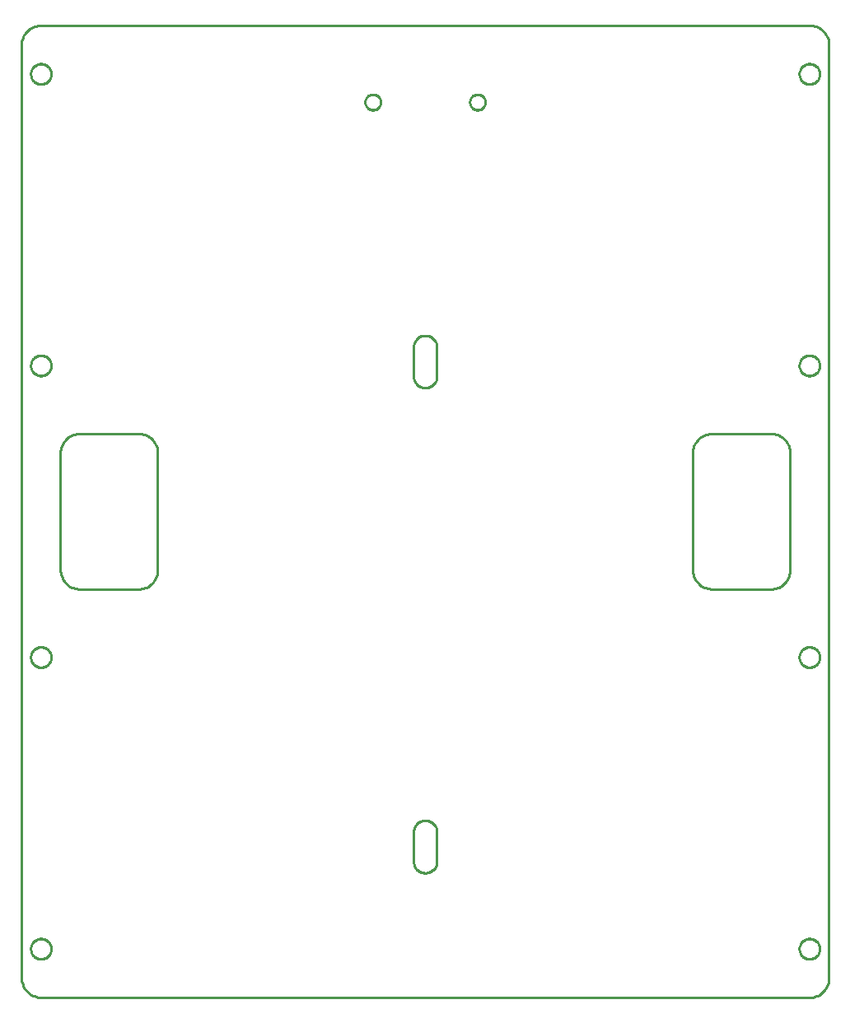
<source format=gbr>
G04 EAGLE Gerber RS-274X export*
G75*
%MOMM*%
%FSLAX34Y34*%
%LPD*%
%IN*%
%IPPOS*%
%AMOC8*
5,1,8,0,0,1.08239X$1,22.5*%
G01*
%ADD10C,0.254000*%


D10*
X0Y20000D02*
X76Y18257D01*
X304Y16527D01*
X681Y14824D01*
X1206Y13160D01*
X1874Y11548D01*
X2680Y10000D01*
X3617Y8528D01*
X4679Y7144D01*
X5858Y5858D01*
X7144Y4679D01*
X8528Y3617D01*
X10000Y2680D01*
X11548Y1874D01*
X13160Y1206D01*
X14824Y681D01*
X16527Y304D01*
X18257Y76D01*
X20000Y0D01*
X810000Y0D01*
X811743Y76D01*
X813473Y304D01*
X815176Y681D01*
X816840Y1206D01*
X818452Y1874D01*
X820000Y2680D01*
X821472Y3617D01*
X822856Y4679D01*
X824142Y5858D01*
X825321Y7144D01*
X826383Y8528D01*
X827321Y10000D01*
X828126Y11548D01*
X828794Y13160D01*
X829319Y14824D01*
X829696Y16527D01*
X829924Y18257D01*
X830000Y20000D01*
X830000Y980000D01*
X829924Y981743D01*
X829696Y983473D01*
X829319Y985176D01*
X828794Y986840D01*
X828126Y988452D01*
X827321Y990000D01*
X826383Y991472D01*
X825321Y992856D01*
X824142Y994142D01*
X822856Y995321D01*
X821472Y996383D01*
X820000Y997321D01*
X818452Y998126D01*
X816840Y998794D01*
X815176Y999319D01*
X813473Y999696D01*
X811743Y999924D01*
X810000Y1000000D01*
X20000Y1000000D01*
X18257Y999924D01*
X16527Y999696D01*
X14824Y999319D01*
X13160Y998794D01*
X11548Y998126D01*
X10000Y997321D01*
X8528Y996383D01*
X7144Y995321D01*
X5858Y994142D01*
X4679Y992856D01*
X3617Y991472D01*
X2680Y990000D01*
X1874Y988452D01*
X1206Y986840D01*
X681Y985176D01*
X304Y983473D01*
X76Y981743D01*
X0Y980000D01*
X0Y20000D01*
X40000Y440000D02*
X40076Y438257D01*
X40304Y436527D01*
X40681Y434824D01*
X41206Y433160D01*
X41874Y431548D01*
X42680Y430000D01*
X43617Y428528D01*
X44679Y427144D01*
X45858Y425858D01*
X47144Y424679D01*
X48528Y423617D01*
X50000Y422680D01*
X51548Y421874D01*
X53160Y421206D01*
X54824Y420681D01*
X56527Y420304D01*
X58257Y420076D01*
X60000Y420000D01*
X120000Y420000D01*
X121743Y420076D01*
X123473Y420304D01*
X125176Y420681D01*
X126840Y421206D01*
X128452Y421874D01*
X130000Y422680D01*
X131472Y423617D01*
X132856Y424679D01*
X134142Y425858D01*
X135321Y427144D01*
X136383Y428528D01*
X137321Y430000D01*
X138126Y431548D01*
X138794Y433160D01*
X139319Y434824D01*
X139696Y436527D01*
X139924Y438257D01*
X140000Y440000D01*
X140000Y560000D01*
X139924Y561743D01*
X139696Y563473D01*
X139319Y565176D01*
X138794Y566840D01*
X138126Y568452D01*
X137321Y570000D01*
X136383Y571472D01*
X135321Y572856D01*
X134142Y574142D01*
X132856Y575321D01*
X131472Y576383D01*
X130000Y577321D01*
X128452Y578126D01*
X126840Y578794D01*
X125176Y579319D01*
X123473Y579696D01*
X121743Y579924D01*
X120000Y580000D01*
X60000Y580000D01*
X58257Y579924D01*
X56527Y579696D01*
X54824Y579319D01*
X53160Y578794D01*
X51548Y578126D01*
X50000Y577321D01*
X48528Y576383D01*
X47144Y575321D01*
X45858Y574142D01*
X44679Y572856D01*
X43617Y571472D01*
X42680Y570000D01*
X41874Y568452D01*
X41206Y566840D01*
X40681Y565176D01*
X40304Y563473D01*
X40076Y561743D01*
X40000Y560000D01*
X40000Y440000D01*
X403000Y140000D02*
X403046Y138954D01*
X403182Y137916D01*
X403409Y136894D01*
X403724Y135896D01*
X404124Y134929D01*
X404608Y134000D01*
X405170Y133117D01*
X405807Y132287D01*
X406515Y131515D01*
X407287Y130807D01*
X408117Y130170D01*
X409000Y129608D01*
X409929Y129124D01*
X410896Y128724D01*
X411894Y128409D01*
X412916Y128182D01*
X413954Y128046D01*
X415000Y128000D01*
X416046Y128046D01*
X417084Y128182D01*
X418106Y128409D01*
X419104Y128724D01*
X420071Y129124D01*
X421000Y129608D01*
X421883Y130170D01*
X422713Y130807D01*
X423485Y131515D01*
X424193Y132287D01*
X424830Y133117D01*
X425392Y134000D01*
X425876Y134929D01*
X426276Y135896D01*
X426591Y136894D01*
X426818Y137916D01*
X426954Y138954D01*
X427000Y140000D01*
X427000Y170000D01*
X426954Y171046D01*
X426818Y172084D01*
X426591Y173106D01*
X426276Y174104D01*
X425876Y175071D01*
X425392Y176000D01*
X424830Y176883D01*
X424193Y177713D01*
X423485Y178485D01*
X422713Y179193D01*
X421883Y179830D01*
X421000Y180392D01*
X420071Y180876D01*
X419104Y181276D01*
X418106Y181591D01*
X417084Y181818D01*
X416046Y181954D01*
X415000Y182000D01*
X413954Y181954D01*
X412916Y181818D01*
X411894Y181591D01*
X410896Y181276D01*
X409929Y180876D01*
X409000Y180392D01*
X408117Y179830D01*
X407287Y179193D01*
X406515Y178485D01*
X405807Y177713D01*
X405170Y176883D01*
X404608Y176000D01*
X404124Y175071D01*
X403724Y174104D01*
X403409Y173106D01*
X403182Y172084D01*
X403046Y171046D01*
X403000Y170000D01*
X403000Y140000D01*
X690000Y440000D02*
X690076Y438257D01*
X690304Y436527D01*
X690681Y434824D01*
X691206Y433160D01*
X691874Y431548D01*
X692680Y430000D01*
X693617Y428528D01*
X694679Y427144D01*
X695858Y425858D01*
X697144Y424679D01*
X698528Y423617D01*
X700000Y422680D01*
X701548Y421874D01*
X703160Y421206D01*
X704824Y420681D01*
X706527Y420304D01*
X708257Y420076D01*
X710000Y420000D01*
X770000Y420000D01*
X771743Y420076D01*
X773473Y420304D01*
X775176Y420681D01*
X776840Y421206D01*
X778452Y421874D01*
X780000Y422680D01*
X781472Y423617D01*
X782856Y424679D01*
X784142Y425858D01*
X785321Y427144D01*
X786383Y428528D01*
X787321Y430000D01*
X788126Y431548D01*
X788794Y433160D01*
X789319Y434824D01*
X789696Y436527D01*
X789924Y438257D01*
X790000Y440000D01*
X790000Y560000D01*
X789924Y561743D01*
X789696Y563473D01*
X789319Y565176D01*
X788794Y566840D01*
X788126Y568452D01*
X787321Y570000D01*
X786383Y571472D01*
X785321Y572856D01*
X784142Y574142D01*
X782856Y575321D01*
X781472Y576383D01*
X780000Y577321D01*
X778452Y578126D01*
X776840Y578794D01*
X775176Y579319D01*
X773473Y579696D01*
X771743Y579924D01*
X770000Y580000D01*
X710000Y580000D01*
X708257Y579924D01*
X706527Y579696D01*
X704824Y579319D01*
X703160Y578794D01*
X701548Y578126D01*
X700000Y577321D01*
X698528Y576383D01*
X697144Y575321D01*
X695858Y574142D01*
X694679Y572856D01*
X693617Y571472D01*
X692680Y570000D01*
X691874Y568452D01*
X691206Y566840D01*
X690681Y565176D01*
X690304Y563473D01*
X690076Y561743D01*
X690000Y560000D01*
X690000Y440000D01*
X403000Y639000D02*
X403046Y637954D01*
X403182Y636916D01*
X403409Y635894D01*
X403724Y634896D01*
X404124Y633929D01*
X404608Y633000D01*
X405170Y632117D01*
X405807Y631287D01*
X406515Y630515D01*
X407287Y629807D01*
X408117Y629170D01*
X409000Y628608D01*
X409929Y628124D01*
X410896Y627724D01*
X411894Y627409D01*
X412916Y627182D01*
X413954Y627046D01*
X415000Y627000D01*
X416046Y627046D01*
X417084Y627182D01*
X418106Y627409D01*
X419104Y627724D01*
X420071Y628124D01*
X421000Y628608D01*
X421883Y629170D01*
X422713Y629807D01*
X423485Y630515D01*
X424193Y631287D01*
X424830Y632117D01*
X425392Y633000D01*
X425876Y633929D01*
X426276Y634896D01*
X426591Y635894D01*
X426818Y636916D01*
X426954Y637954D01*
X427000Y639000D01*
X427000Y669000D01*
X426954Y670046D01*
X426818Y671084D01*
X426591Y672106D01*
X426276Y673104D01*
X425876Y674071D01*
X425392Y675000D01*
X424830Y675883D01*
X424193Y676713D01*
X423485Y677485D01*
X422713Y678193D01*
X421883Y678830D01*
X421000Y679392D01*
X420071Y679876D01*
X419104Y680276D01*
X418106Y680591D01*
X417084Y680818D01*
X416046Y680954D01*
X415000Y681000D01*
X413954Y680954D01*
X412916Y680818D01*
X411894Y680591D01*
X410896Y680276D01*
X409929Y679876D01*
X409000Y679392D01*
X408117Y678830D01*
X407287Y678193D01*
X406515Y677485D01*
X405807Y676713D01*
X405170Y675883D01*
X404608Y675000D01*
X404124Y674071D01*
X403724Y673104D01*
X403409Y672106D01*
X403182Y671084D01*
X403046Y670046D01*
X403000Y669000D01*
X403000Y639000D01*
X30500Y49587D02*
X30435Y48765D01*
X30306Y47950D01*
X30114Y47148D01*
X29859Y46363D01*
X29543Y45601D01*
X29168Y44866D01*
X28737Y44162D01*
X28252Y43495D01*
X27716Y42867D01*
X27133Y42284D01*
X26506Y41748D01*
X25838Y41263D01*
X25134Y40832D01*
X24399Y40457D01*
X23637Y40141D01*
X22852Y39886D01*
X22050Y39694D01*
X21235Y39565D01*
X20413Y39500D01*
X19587Y39500D01*
X18765Y39565D01*
X17950Y39694D01*
X17148Y39886D01*
X16363Y40141D01*
X15601Y40457D01*
X14866Y40832D01*
X14162Y41263D01*
X13495Y41748D01*
X12867Y42284D01*
X12284Y42867D01*
X11748Y43495D01*
X11263Y44162D01*
X10832Y44866D01*
X10457Y45601D01*
X10141Y46363D01*
X9886Y47148D01*
X9694Y47950D01*
X9565Y48765D01*
X9500Y49587D01*
X9500Y50413D01*
X9565Y51235D01*
X9694Y52050D01*
X9886Y52852D01*
X10141Y53637D01*
X10457Y54399D01*
X10832Y55134D01*
X11263Y55838D01*
X11748Y56506D01*
X12284Y57133D01*
X12867Y57716D01*
X13495Y58252D01*
X14162Y58737D01*
X14866Y59168D01*
X15601Y59543D01*
X16363Y59859D01*
X17148Y60114D01*
X17950Y60306D01*
X18765Y60435D01*
X19587Y60500D01*
X20413Y60500D01*
X21235Y60435D01*
X22050Y60306D01*
X22852Y60114D01*
X23637Y59859D01*
X24399Y59543D01*
X25134Y59168D01*
X25838Y58737D01*
X26506Y58252D01*
X27133Y57716D01*
X27716Y57133D01*
X28252Y56506D01*
X28737Y55838D01*
X29168Y55134D01*
X29543Y54399D01*
X29859Y53637D01*
X30114Y52852D01*
X30306Y52050D01*
X30435Y51235D01*
X30500Y50413D01*
X30500Y49587D01*
X30500Y349587D02*
X30435Y348765D01*
X30306Y347950D01*
X30114Y347148D01*
X29859Y346363D01*
X29543Y345601D01*
X29168Y344866D01*
X28737Y344162D01*
X28252Y343495D01*
X27716Y342867D01*
X27133Y342284D01*
X26506Y341748D01*
X25838Y341263D01*
X25134Y340832D01*
X24399Y340457D01*
X23637Y340141D01*
X22852Y339886D01*
X22050Y339694D01*
X21235Y339565D01*
X20413Y339500D01*
X19587Y339500D01*
X18765Y339565D01*
X17950Y339694D01*
X17148Y339886D01*
X16363Y340141D01*
X15601Y340457D01*
X14866Y340832D01*
X14162Y341263D01*
X13495Y341748D01*
X12867Y342284D01*
X12284Y342867D01*
X11748Y343495D01*
X11263Y344162D01*
X10832Y344866D01*
X10457Y345601D01*
X10141Y346363D01*
X9886Y347148D01*
X9694Y347950D01*
X9565Y348765D01*
X9500Y349587D01*
X9500Y350413D01*
X9565Y351235D01*
X9694Y352050D01*
X9886Y352852D01*
X10141Y353637D01*
X10457Y354399D01*
X10832Y355134D01*
X11263Y355838D01*
X11748Y356506D01*
X12284Y357133D01*
X12867Y357716D01*
X13495Y358252D01*
X14162Y358737D01*
X14866Y359168D01*
X15601Y359543D01*
X16363Y359859D01*
X17148Y360114D01*
X17950Y360306D01*
X18765Y360435D01*
X19587Y360500D01*
X20413Y360500D01*
X21235Y360435D01*
X22050Y360306D01*
X22852Y360114D01*
X23637Y359859D01*
X24399Y359543D01*
X25134Y359168D01*
X25838Y358737D01*
X26506Y358252D01*
X27133Y357716D01*
X27716Y357133D01*
X28252Y356506D01*
X28737Y355838D01*
X29168Y355134D01*
X29543Y354399D01*
X29859Y353637D01*
X30114Y352852D01*
X30306Y352050D01*
X30435Y351235D01*
X30500Y350413D01*
X30500Y349587D01*
X30500Y949587D02*
X30435Y948765D01*
X30306Y947950D01*
X30114Y947148D01*
X29859Y946363D01*
X29543Y945601D01*
X29168Y944866D01*
X28737Y944162D01*
X28252Y943495D01*
X27716Y942867D01*
X27133Y942284D01*
X26506Y941748D01*
X25838Y941263D01*
X25134Y940832D01*
X24399Y940457D01*
X23637Y940141D01*
X22852Y939886D01*
X22050Y939694D01*
X21235Y939565D01*
X20413Y939500D01*
X19587Y939500D01*
X18765Y939565D01*
X17950Y939694D01*
X17148Y939886D01*
X16363Y940141D01*
X15601Y940457D01*
X14866Y940832D01*
X14162Y941263D01*
X13495Y941748D01*
X12867Y942284D01*
X12284Y942867D01*
X11748Y943495D01*
X11263Y944162D01*
X10832Y944866D01*
X10457Y945601D01*
X10141Y946363D01*
X9886Y947148D01*
X9694Y947950D01*
X9565Y948765D01*
X9500Y949587D01*
X9500Y950413D01*
X9565Y951235D01*
X9694Y952050D01*
X9886Y952852D01*
X10141Y953637D01*
X10457Y954399D01*
X10832Y955134D01*
X11263Y955838D01*
X11748Y956506D01*
X12284Y957133D01*
X12867Y957716D01*
X13495Y958252D01*
X14162Y958737D01*
X14866Y959168D01*
X15601Y959543D01*
X16363Y959859D01*
X17148Y960114D01*
X17950Y960306D01*
X18765Y960435D01*
X19587Y960500D01*
X20413Y960500D01*
X21235Y960435D01*
X22050Y960306D01*
X22852Y960114D01*
X23637Y959859D01*
X24399Y959543D01*
X25134Y959168D01*
X25838Y958737D01*
X26506Y958252D01*
X27133Y957716D01*
X27716Y957133D01*
X28252Y956506D01*
X28737Y955838D01*
X29168Y955134D01*
X29543Y954399D01*
X29859Y953637D01*
X30114Y952852D01*
X30306Y952050D01*
X30435Y951235D01*
X30500Y950413D01*
X30500Y949587D01*
X820500Y49587D02*
X820435Y48765D01*
X820306Y47950D01*
X820114Y47148D01*
X819859Y46363D01*
X819543Y45601D01*
X819168Y44866D01*
X818737Y44162D01*
X818252Y43495D01*
X817716Y42867D01*
X817133Y42284D01*
X816506Y41748D01*
X815838Y41263D01*
X815134Y40832D01*
X814399Y40457D01*
X813637Y40141D01*
X812852Y39886D01*
X812050Y39694D01*
X811235Y39565D01*
X810413Y39500D01*
X809587Y39500D01*
X808765Y39565D01*
X807950Y39694D01*
X807148Y39886D01*
X806363Y40141D01*
X805601Y40457D01*
X804866Y40832D01*
X804162Y41263D01*
X803495Y41748D01*
X802867Y42284D01*
X802284Y42867D01*
X801748Y43495D01*
X801263Y44162D01*
X800832Y44866D01*
X800457Y45601D01*
X800141Y46363D01*
X799886Y47148D01*
X799694Y47950D01*
X799565Y48765D01*
X799500Y49587D01*
X799500Y50413D01*
X799565Y51235D01*
X799694Y52050D01*
X799886Y52852D01*
X800141Y53637D01*
X800457Y54399D01*
X800832Y55134D01*
X801263Y55838D01*
X801748Y56506D01*
X802284Y57133D01*
X802867Y57716D01*
X803495Y58252D01*
X804162Y58737D01*
X804866Y59168D01*
X805601Y59543D01*
X806363Y59859D01*
X807148Y60114D01*
X807950Y60306D01*
X808765Y60435D01*
X809587Y60500D01*
X810413Y60500D01*
X811235Y60435D01*
X812050Y60306D01*
X812852Y60114D01*
X813637Y59859D01*
X814399Y59543D01*
X815134Y59168D01*
X815838Y58737D01*
X816506Y58252D01*
X817133Y57716D01*
X817716Y57133D01*
X818252Y56506D01*
X818737Y55838D01*
X819168Y55134D01*
X819543Y54399D01*
X819859Y53637D01*
X820114Y52852D01*
X820306Y52050D01*
X820435Y51235D01*
X820500Y50413D01*
X820500Y49587D01*
X820500Y349587D02*
X820435Y348765D01*
X820306Y347950D01*
X820114Y347148D01*
X819859Y346363D01*
X819543Y345601D01*
X819168Y344866D01*
X818737Y344162D01*
X818252Y343495D01*
X817716Y342867D01*
X817133Y342284D01*
X816506Y341748D01*
X815838Y341263D01*
X815134Y340832D01*
X814399Y340457D01*
X813637Y340141D01*
X812852Y339886D01*
X812050Y339694D01*
X811235Y339565D01*
X810413Y339500D01*
X809587Y339500D01*
X808765Y339565D01*
X807950Y339694D01*
X807148Y339886D01*
X806363Y340141D01*
X805601Y340457D01*
X804866Y340832D01*
X804162Y341263D01*
X803495Y341748D01*
X802867Y342284D01*
X802284Y342867D01*
X801748Y343495D01*
X801263Y344162D01*
X800832Y344866D01*
X800457Y345601D01*
X800141Y346363D01*
X799886Y347148D01*
X799694Y347950D01*
X799565Y348765D01*
X799500Y349587D01*
X799500Y350413D01*
X799565Y351235D01*
X799694Y352050D01*
X799886Y352852D01*
X800141Y353637D01*
X800457Y354399D01*
X800832Y355134D01*
X801263Y355838D01*
X801748Y356506D01*
X802284Y357133D01*
X802867Y357716D01*
X803495Y358252D01*
X804162Y358737D01*
X804866Y359168D01*
X805601Y359543D01*
X806363Y359859D01*
X807148Y360114D01*
X807950Y360306D01*
X808765Y360435D01*
X809587Y360500D01*
X810413Y360500D01*
X811235Y360435D01*
X812050Y360306D01*
X812852Y360114D01*
X813637Y359859D01*
X814399Y359543D01*
X815134Y359168D01*
X815838Y358737D01*
X816506Y358252D01*
X817133Y357716D01*
X817716Y357133D01*
X818252Y356506D01*
X818737Y355838D01*
X819168Y355134D01*
X819543Y354399D01*
X819859Y353637D01*
X820114Y352852D01*
X820306Y352050D01*
X820435Y351235D01*
X820500Y350413D01*
X820500Y349587D01*
X820500Y949587D02*
X820435Y948765D01*
X820306Y947950D01*
X820114Y947148D01*
X819859Y946363D01*
X819543Y945601D01*
X819168Y944866D01*
X818737Y944162D01*
X818252Y943495D01*
X817716Y942867D01*
X817133Y942284D01*
X816506Y941748D01*
X815838Y941263D01*
X815134Y940832D01*
X814399Y940457D01*
X813637Y940141D01*
X812852Y939886D01*
X812050Y939694D01*
X811235Y939565D01*
X810413Y939500D01*
X809587Y939500D01*
X808765Y939565D01*
X807950Y939694D01*
X807148Y939886D01*
X806363Y940141D01*
X805601Y940457D01*
X804866Y940832D01*
X804162Y941263D01*
X803495Y941748D01*
X802867Y942284D01*
X802284Y942867D01*
X801748Y943495D01*
X801263Y944162D01*
X800832Y944866D01*
X800457Y945601D01*
X800141Y946363D01*
X799886Y947148D01*
X799694Y947950D01*
X799565Y948765D01*
X799500Y949587D01*
X799500Y950413D01*
X799565Y951235D01*
X799694Y952050D01*
X799886Y952852D01*
X800141Y953637D01*
X800457Y954399D01*
X800832Y955134D01*
X801263Y955838D01*
X801748Y956506D01*
X802284Y957133D01*
X802867Y957716D01*
X803495Y958252D01*
X804162Y958737D01*
X804866Y959168D01*
X805601Y959543D01*
X806363Y959859D01*
X807148Y960114D01*
X807950Y960306D01*
X808765Y960435D01*
X809587Y960500D01*
X810413Y960500D01*
X811235Y960435D01*
X812050Y960306D01*
X812852Y960114D01*
X813637Y959859D01*
X814399Y959543D01*
X815134Y959168D01*
X815838Y958737D01*
X816506Y958252D01*
X817133Y957716D01*
X817716Y957133D01*
X818252Y956506D01*
X818737Y955838D01*
X819168Y955134D01*
X819543Y954399D01*
X819859Y953637D01*
X820114Y952852D01*
X820306Y952050D01*
X820435Y951235D01*
X820500Y950413D01*
X820500Y949587D01*
X30500Y649587D02*
X30435Y648765D01*
X30306Y647950D01*
X30114Y647148D01*
X29859Y646363D01*
X29543Y645601D01*
X29168Y644866D01*
X28737Y644162D01*
X28252Y643495D01*
X27716Y642867D01*
X27133Y642284D01*
X26506Y641748D01*
X25838Y641263D01*
X25134Y640832D01*
X24399Y640457D01*
X23637Y640141D01*
X22852Y639886D01*
X22050Y639694D01*
X21235Y639565D01*
X20413Y639500D01*
X19587Y639500D01*
X18765Y639565D01*
X17950Y639694D01*
X17148Y639886D01*
X16363Y640141D01*
X15601Y640457D01*
X14866Y640832D01*
X14162Y641263D01*
X13495Y641748D01*
X12867Y642284D01*
X12284Y642867D01*
X11748Y643495D01*
X11263Y644162D01*
X10832Y644866D01*
X10457Y645601D01*
X10141Y646363D01*
X9886Y647148D01*
X9694Y647950D01*
X9565Y648765D01*
X9500Y649587D01*
X9500Y650413D01*
X9565Y651235D01*
X9694Y652050D01*
X9886Y652852D01*
X10141Y653637D01*
X10457Y654399D01*
X10832Y655134D01*
X11263Y655838D01*
X11748Y656506D01*
X12284Y657133D01*
X12867Y657716D01*
X13495Y658252D01*
X14162Y658737D01*
X14866Y659168D01*
X15601Y659543D01*
X16363Y659859D01*
X17148Y660114D01*
X17950Y660306D01*
X18765Y660435D01*
X19587Y660500D01*
X20413Y660500D01*
X21235Y660435D01*
X22050Y660306D01*
X22852Y660114D01*
X23637Y659859D01*
X24399Y659543D01*
X25134Y659168D01*
X25838Y658737D01*
X26506Y658252D01*
X27133Y657716D01*
X27716Y657133D01*
X28252Y656506D01*
X28737Y655838D01*
X29168Y655134D01*
X29543Y654399D01*
X29859Y653637D01*
X30114Y652852D01*
X30306Y652050D01*
X30435Y651235D01*
X30500Y650413D01*
X30500Y649587D01*
X820500Y649587D02*
X820435Y648765D01*
X820306Y647950D01*
X820114Y647148D01*
X819859Y646363D01*
X819543Y645601D01*
X819168Y644866D01*
X818737Y644162D01*
X818252Y643495D01*
X817716Y642867D01*
X817133Y642284D01*
X816506Y641748D01*
X815838Y641263D01*
X815134Y640832D01*
X814399Y640457D01*
X813637Y640141D01*
X812852Y639886D01*
X812050Y639694D01*
X811235Y639565D01*
X810413Y639500D01*
X809587Y639500D01*
X808765Y639565D01*
X807950Y639694D01*
X807148Y639886D01*
X806363Y640141D01*
X805601Y640457D01*
X804866Y640832D01*
X804162Y641263D01*
X803495Y641748D01*
X802867Y642284D01*
X802284Y642867D01*
X801748Y643495D01*
X801263Y644162D01*
X800832Y644866D01*
X800457Y645601D01*
X800141Y646363D01*
X799886Y647148D01*
X799694Y647950D01*
X799565Y648765D01*
X799500Y649587D01*
X799500Y650413D01*
X799565Y651235D01*
X799694Y652050D01*
X799886Y652852D01*
X800141Y653637D01*
X800457Y654399D01*
X800832Y655134D01*
X801263Y655838D01*
X801748Y656506D01*
X802284Y657133D01*
X802867Y657716D01*
X803495Y658252D01*
X804162Y658737D01*
X804866Y659168D01*
X805601Y659543D01*
X806363Y659859D01*
X807148Y660114D01*
X807950Y660306D01*
X808765Y660435D01*
X809587Y660500D01*
X810413Y660500D01*
X811235Y660435D01*
X812050Y660306D01*
X812852Y660114D01*
X813637Y659859D01*
X814399Y659543D01*
X815134Y659168D01*
X815838Y658737D01*
X816506Y658252D01*
X817133Y657716D01*
X817716Y657133D01*
X818252Y656506D01*
X818737Y655838D01*
X819168Y655134D01*
X819543Y654399D01*
X819859Y653637D01*
X820114Y652852D01*
X820306Y652050D01*
X820435Y651235D01*
X820500Y650413D01*
X820500Y649587D01*
X369150Y920607D02*
X369073Y919825D01*
X368920Y919054D01*
X368691Y918302D01*
X368391Y917575D01*
X368020Y916882D01*
X367583Y916229D01*
X367085Y915621D01*
X366529Y915065D01*
X365921Y914567D01*
X365268Y914130D01*
X364575Y913759D01*
X363848Y913459D01*
X363096Y913230D01*
X362325Y913077D01*
X361543Y913000D01*
X360757Y913000D01*
X359975Y913077D01*
X359204Y913230D01*
X358452Y913459D01*
X357725Y913759D01*
X357032Y914130D01*
X356379Y914567D01*
X355771Y915065D01*
X355215Y915621D01*
X354717Y916229D01*
X354280Y916882D01*
X353909Y917575D01*
X353609Y918302D01*
X353380Y919054D01*
X353227Y919825D01*
X353150Y920607D01*
X353150Y921393D01*
X353227Y922175D01*
X353380Y922946D01*
X353609Y923698D01*
X353909Y924425D01*
X354280Y925118D01*
X354717Y925771D01*
X355215Y926379D01*
X355771Y926935D01*
X356379Y927433D01*
X357032Y927870D01*
X357725Y928241D01*
X358452Y928541D01*
X359204Y928770D01*
X359975Y928923D01*
X360757Y929000D01*
X361543Y929000D01*
X362325Y928923D01*
X363096Y928770D01*
X363848Y928541D01*
X364575Y928241D01*
X365268Y927870D01*
X365921Y927433D01*
X366529Y926935D01*
X367085Y926379D01*
X367583Y925771D01*
X368020Y925118D01*
X368391Y924425D01*
X368691Y923698D01*
X368920Y922946D01*
X369073Y922175D01*
X369150Y921393D01*
X369150Y920607D01*
X476850Y920607D02*
X476773Y919825D01*
X476620Y919054D01*
X476391Y918302D01*
X476091Y917575D01*
X475720Y916882D01*
X475283Y916229D01*
X474785Y915621D01*
X474229Y915065D01*
X473621Y914567D01*
X472968Y914130D01*
X472275Y913759D01*
X471548Y913459D01*
X470796Y913230D01*
X470025Y913077D01*
X469243Y913000D01*
X468457Y913000D01*
X467675Y913077D01*
X466904Y913230D01*
X466152Y913459D01*
X465425Y913759D01*
X464732Y914130D01*
X464079Y914567D01*
X463471Y915065D01*
X462915Y915621D01*
X462417Y916229D01*
X461980Y916882D01*
X461609Y917575D01*
X461309Y918302D01*
X461080Y919054D01*
X460927Y919825D01*
X460850Y920607D01*
X460850Y921393D01*
X460927Y922175D01*
X461080Y922946D01*
X461309Y923698D01*
X461609Y924425D01*
X461980Y925118D01*
X462417Y925771D01*
X462915Y926379D01*
X463471Y926935D01*
X464079Y927433D01*
X464732Y927870D01*
X465425Y928241D01*
X466152Y928541D01*
X466904Y928770D01*
X467675Y928923D01*
X468457Y929000D01*
X469243Y929000D01*
X470025Y928923D01*
X470796Y928770D01*
X471548Y928541D01*
X472275Y928241D01*
X472968Y927870D01*
X473621Y927433D01*
X474229Y926935D01*
X474785Y926379D01*
X475283Y925771D01*
X475720Y925118D01*
X476091Y924425D01*
X476391Y923698D01*
X476620Y922946D01*
X476773Y922175D01*
X476850Y921393D01*
X476850Y920607D01*
M02*

</source>
